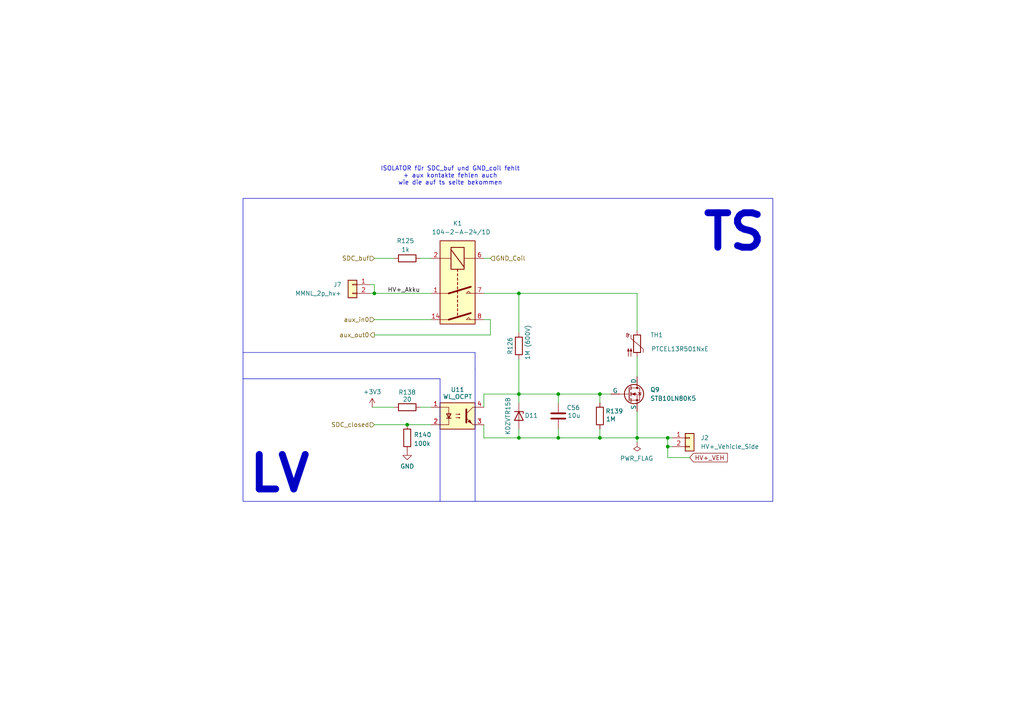
<source format=kicad_sch>
(kicad_sch
	(version 20231120)
	(generator "eeschema")
	(generator_version "8.0")
	(uuid "c512826e-4b30-41b0-b08b-4a156c10d879")
	(paper "A4")
	(lib_symbols
		(symbol "Connector_Generic:Conn_01x02"
			(pin_names
				(offset 1.016) hide)
			(exclude_from_sim no)
			(in_bom yes)
			(on_board yes)
			(property "Reference" "J"
				(at 0 2.54 0)
				(effects
					(font
						(size 1.27 1.27)
					)
				)
			)
			(property "Value" "Conn_01x02"
				(at 0 -5.08 0)
				(effects
					(font
						(size 1.27 1.27)
					)
				)
			)
			(property "Footprint" ""
				(at 0 0 0)
				(effects
					(font
						(size 1.27 1.27)
					)
					(hide yes)
				)
			)
			(property "Datasheet" "~"
				(at 0 0 0)
				(effects
					(font
						(size 1.27 1.27)
					)
					(hide yes)
				)
			)
			(property "Description" "Generic connector, single row, 01x02, script generated (kicad-library-utils/schlib/autogen/connector/)"
				(at 0 0 0)
				(effects
					(font
						(size 1.27 1.27)
					)
					(hide yes)
				)
			)
			(property "ki_keywords" "connector"
				(at 0 0 0)
				(effects
					(font
						(size 1.27 1.27)
					)
					(hide yes)
				)
			)
			(property "ki_fp_filters" "Connector*:*_1x??_*"
				(at 0 0 0)
				(effects
					(font
						(size 1.27 1.27)
					)
					(hide yes)
				)
			)
			(symbol "Conn_01x02_1_1"
				(rectangle
					(start -1.27 -2.413)
					(end 0 -2.667)
					(stroke
						(width 0.1524)
						(type default)
					)
					(fill
						(type none)
					)
				)
				(rectangle
					(start -1.27 0.127)
					(end 0 -0.127)
					(stroke
						(width 0.1524)
						(type default)
					)
					(fill
						(type none)
					)
				)
				(rectangle
					(start -1.27 1.27)
					(end 1.27 -3.81)
					(stroke
						(width 0.254)
						(type default)
					)
					(fill
						(type background)
					)
				)
				(pin passive line
					(at -5.08 0 0)
					(length 3.81)
					(name "Pin_1"
						(effects
							(font
								(size 1.27 1.27)
							)
						)
					)
					(number "1"
						(effects
							(font
								(size 1.27 1.27)
							)
						)
					)
				)
				(pin passive line
					(at -5.08 -2.54 0)
					(length 3.81)
					(name "Pin_2"
						(effects
							(font
								(size 1.27 1.27)
							)
						)
					)
					(number "2"
						(effects
							(font
								(size 1.27 1.27)
							)
						)
					)
				)
			)
		)
		(symbol "Device:C"
			(pin_numbers hide)
			(pin_names
				(offset 0.254)
			)
			(exclude_from_sim no)
			(in_bom yes)
			(on_board yes)
			(property "Reference" "C"
				(at 0.635 2.54 0)
				(effects
					(font
						(size 1.27 1.27)
					)
					(justify left)
				)
			)
			(property "Value" "C"
				(at 0.635 -2.54 0)
				(effects
					(font
						(size 1.27 1.27)
					)
					(justify left)
				)
			)
			(property "Footprint" ""
				(at 0.9652 -3.81 0)
				(effects
					(font
						(size 1.27 1.27)
					)
					(hide yes)
				)
			)
			(property "Datasheet" "~"
				(at 0 0 0)
				(effects
					(font
						(size 1.27 1.27)
					)
					(hide yes)
				)
			)
			(property "Description" "Unpolarized capacitor"
				(at 0 0 0)
				(effects
					(font
						(size 1.27 1.27)
					)
					(hide yes)
				)
			)
			(property "ki_keywords" "cap capacitor"
				(at 0 0 0)
				(effects
					(font
						(size 1.27 1.27)
					)
					(hide yes)
				)
			)
			(property "ki_fp_filters" "C_*"
				(at 0 0 0)
				(effects
					(font
						(size 1.27 1.27)
					)
					(hide yes)
				)
			)
			(symbol "C_0_1"
				(polyline
					(pts
						(xy -2.032 -0.762) (xy 2.032 -0.762)
					)
					(stroke
						(width 0.508)
						(type default)
					)
					(fill
						(type none)
					)
				)
				(polyline
					(pts
						(xy -2.032 0.762) (xy 2.032 0.762)
					)
					(stroke
						(width 0.508)
						(type default)
					)
					(fill
						(type none)
					)
				)
			)
			(symbol "C_1_1"
				(pin passive line
					(at 0 3.81 270)
					(length 2.794)
					(name "~"
						(effects
							(font
								(size 1.27 1.27)
							)
						)
					)
					(number "1"
						(effects
							(font
								(size 1.27 1.27)
							)
						)
					)
				)
				(pin passive line
					(at 0 -3.81 90)
					(length 2.794)
					(name "~"
						(effects
							(font
								(size 1.27 1.27)
							)
						)
					)
					(number "2"
						(effects
							(font
								(size 1.27 1.27)
							)
						)
					)
				)
			)
		)
		(symbol "Device:D_Zener"
			(pin_numbers hide)
			(pin_names
				(offset 1.016) hide)
			(exclude_from_sim no)
			(in_bom yes)
			(on_board yes)
			(property "Reference" "D"
				(at 0 2.54 0)
				(effects
					(font
						(size 1.27 1.27)
					)
				)
			)
			(property "Value" "D_Zener"
				(at 0 -2.54 0)
				(effects
					(font
						(size 1.27 1.27)
					)
				)
			)
			(property "Footprint" ""
				(at 0 0 0)
				(effects
					(font
						(size 1.27 1.27)
					)
					(hide yes)
				)
			)
			(property "Datasheet" "~"
				(at 0 0 0)
				(effects
					(font
						(size 1.27 1.27)
					)
					(hide yes)
				)
			)
			(property "Description" "Zener diode"
				(at 0 0 0)
				(effects
					(font
						(size 1.27 1.27)
					)
					(hide yes)
				)
			)
			(property "ki_keywords" "diode"
				(at 0 0 0)
				(effects
					(font
						(size 1.27 1.27)
					)
					(hide yes)
				)
			)
			(property "ki_fp_filters" "TO-???* *_Diode_* *SingleDiode* D_*"
				(at 0 0 0)
				(effects
					(font
						(size 1.27 1.27)
					)
					(hide yes)
				)
			)
			(symbol "D_Zener_0_1"
				(polyline
					(pts
						(xy 1.27 0) (xy -1.27 0)
					)
					(stroke
						(width 0)
						(type default)
					)
					(fill
						(type none)
					)
				)
				(polyline
					(pts
						(xy -1.27 -1.27) (xy -1.27 1.27) (xy -0.762 1.27)
					)
					(stroke
						(width 0.254)
						(type default)
					)
					(fill
						(type none)
					)
				)
				(polyline
					(pts
						(xy 1.27 -1.27) (xy 1.27 1.27) (xy -1.27 0) (xy 1.27 -1.27)
					)
					(stroke
						(width 0.254)
						(type default)
					)
					(fill
						(type none)
					)
				)
			)
			(symbol "D_Zener_1_1"
				(pin passive line
					(at -3.81 0 0)
					(length 2.54)
					(name "K"
						(effects
							(font
								(size 1.27 1.27)
							)
						)
					)
					(number "1"
						(effects
							(font
								(size 1.27 1.27)
							)
						)
					)
				)
				(pin passive line
					(at 3.81 0 180)
					(length 2.54)
					(name "A"
						(effects
							(font
								(size 1.27 1.27)
							)
						)
					)
					(number "2"
						(effects
							(font
								(size 1.27 1.27)
							)
						)
					)
				)
			)
		)
		(symbol "Device:R"
			(pin_numbers hide)
			(pin_names
				(offset 0)
			)
			(exclude_from_sim no)
			(in_bom yes)
			(on_board yes)
			(property "Reference" "R"
				(at 2.032 0 90)
				(effects
					(font
						(size 1.27 1.27)
					)
				)
			)
			(property "Value" "R"
				(at 0 0 90)
				(effects
					(font
						(size 1.27 1.27)
					)
				)
			)
			(property "Footprint" ""
				(at -1.778 0 90)
				(effects
					(font
						(size 1.27 1.27)
					)
					(hide yes)
				)
			)
			(property "Datasheet" "~"
				(at 0 0 0)
				(effects
					(font
						(size 1.27 1.27)
					)
					(hide yes)
				)
			)
			(property "Description" "Resistor"
				(at 0 0 0)
				(effects
					(font
						(size 1.27 1.27)
					)
					(hide yes)
				)
			)
			(property "ki_keywords" "R res resistor"
				(at 0 0 0)
				(effects
					(font
						(size 1.27 1.27)
					)
					(hide yes)
				)
			)
			(property "ki_fp_filters" "R_*"
				(at 0 0 0)
				(effects
					(font
						(size 1.27 1.27)
					)
					(hide yes)
				)
			)
			(symbol "R_0_1"
				(rectangle
					(start -1.016 -2.54)
					(end 1.016 2.54)
					(stroke
						(width 0.254)
						(type default)
					)
					(fill
						(type none)
					)
				)
			)
			(symbol "R_1_1"
				(pin passive line
					(at 0 3.81 270)
					(length 1.27)
					(name "~"
						(effects
							(font
								(size 1.27 1.27)
							)
						)
					)
					(number "1"
						(effects
							(font
								(size 1.27 1.27)
							)
						)
					)
				)
				(pin passive line
					(at 0 -3.81 90)
					(length 1.27)
					(name "~"
						(effects
							(font
								(size 1.27 1.27)
							)
						)
					)
					(number "2"
						(effects
							(font
								(size 1.27 1.27)
							)
						)
					)
				)
			)
		)
		(symbol "Device:Thermistor_PTC"
			(pin_numbers hide)
			(pin_names
				(offset 0)
			)
			(exclude_from_sim no)
			(in_bom yes)
			(on_board yes)
			(property "Reference" "TH"
				(at -4.064 0 90)
				(effects
					(font
						(size 1.27 1.27)
					)
				)
			)
			(property "Value" "Thermistor_PTC"
				(at 3.048 0 90)
				(effects
					(font
						(size 1.27 1.27)
					)
				)
			)
			(property "Footprint" ""
				(at 1.27 -5.08 0)
				(effects
					(font
						(size 1.27 1.27)
					)
					(justify left)
					(hide yes)
				)
			)
			(property "Datasheet" "~"
				(at 0 0 0)
				(effects
					(font
						(size 1.27 1.27)
					)
					(hide yes)
				)
			)
			(property "Description" "Temperature dependent resistor, positive temperature coefficient"
				(at 0 0 0)
				(effects
					(font
						(size 1.27 1.27)
					)
					(hide yes)
				)
			)
			(property "ki_keywords" "resistor PTC thermistor sensor RTD"
				(at 0 0 0)
				(effects
					(font
						(size 1.27 1.27)
					)
					(hide yes)
				)
			)
			(property "ki_fp_filters" "*PTC* *Thermistor* PIN?ARRAY* bornier* *Terminal?Block* R_*"
				(at 0 0 0)
				(effects
					(font
						(size 1.27 1.27)
					)
					(hide yes)
				)
			)
			(symbol "Thermistor_PTC_0_1"
				(arc
					(start -3.048 2.159)
					(mid -3.0495 2.3143)
					(end -3.175 2.413)
					(stroke
						(width 0)
						(type default)
					)
					(fill
						(type none)
					)
				)
				(arc
					(start -3.048 2.159)
					(mid -2.9736 1.9794)
					(end -2.794 1.905)
					(stroke
						(width 0)
						(type default)
					)
					(fill
						(type none)
					)
				)
				(arc
					(start -3.048 2.794)
					(mid -2.9736 2.6144)
					(end -2.794 2.54)
					(stroke
						(width 0)
						(type default)
					)
					(fill
						(type none)
					)
				)
				(arc
					(start -2.794 1.905)
					(mid -2.6144 1.9794)
					(end -2.54 2.159)
					(stroke
						(width 0)
						(type default)
					)
					(fill
						(type none)
					)
				)
				(arc
					(start -2.794 2.54)
					(mid -2.4393 2.5587)
					(end -2.159 2.794)
					(stroke
						(width 0)
						(type default)
					)
					(fill
						(type none)
					)
				)
				(arc
					(start -2.794 3.048)
					(mid -2.9736 2.9736)
					(end -3.048 2.794)
					(stroke
						(width 0)
						(type default)
					)
					(fill
						(type none)
					)
				)
				(arc
					(start -2.54 2.794)
					(mid -2.6144 2.9736)
					(end -2.794 3.048)
					(stroke
						(width 0)
						(type default)
					)
					(fill
						(type none)
					)
				)
				(rectangle
					(start -1.016 2.54)
					(end 1.016 -2.54)
					(stroke
						(width 0.254)
						(type default)
					)
					(fill
						(type none)
					)
				)
				(polyline
					(pts
						(xy -2.54 2.159) (xy -2.54 2.794)
					)
					(stroke
						(width 0)
						(type default)
					)
					(fill
						(type none)
					)
				)
				(polyline
					(pts
						(xy -1.778 2.54) (xy -1.778 1.524) (xy 1.778 -1.524) (xy 1.778 -2.54)
					)
					(stroke
						(width 0)
						(type default)
					)
					(fill
						(type none)
					)
				)
				(polyline
					(pts
						(xy -2.54 -3.683) (xy -2.54 -1.397) (xy -2.794 -2.159) (xy -2.286 -2.159) (xy -2.54 -1.397) (xy -2.54 -1.651)
					)
					(stroke
						(width 0)
						(type default)
					)
					(fill
						(type outline)
					)
				)
				(polyline
					(pts
						(xy -1.778 -3.683) (xy -1.778 -1.397) (xy -2.032 -2.159) (xy -1.524 -2.159) (xy -1.778 -1.397)
						(xy -1.778 -1.651)
					)
					(stroke
						(width 0)
						(type default)
					)
					(fill
						(type outline)
					)
				)
			)
			(symbol "Thermistor_PTC_1_1"
				(pin passive line
					(at 0 3.81 270)
					(length 1.27)
					(name "~"
						(effects
							(font
								(size 1.27 1.27)
							)
						)
					)
					(number "1"
						(effects
							(font
								(size 1.27 1.27)
							)
						)
					)
				)
				(pin passive line
					(at 0 -3.81 90)
					(length 1.27)
					(name "~"
						(effects
							(font
								(size 1.27 1.27)
							)
						)
					)
					(number "2"
						(effects
							(font
								(size 1.27 1.27)
							)
						)
					)
				)
			)
		)
		(symbol "Isolator:FODM217A"
			(exclude_from_sim no)
			(in_bom yes)
			(on_board yes)
			(property "Reference" "U4"
				(at 1.27 7.62 0)
				(effects
					(font
						(size 1.27 1.27)
					)
				)
			)
			(property "Value" "WL_OCDA"
				(at 1.27 5.588 0)
				(effects
					(font
						(size 1.27 1.27)
					)
				)
			)
			(property "Footprint" "Package_SO:SOP-4_4.4x2.6mm_P1.27mm"
				(at 0 -5.08 0)
				(effects
					(font
						(size 1.27 1.27)
						(italic yes)
					)
					(hide yes)
				)
			)
			(property "Datasheet" ""
				(at 0 0 0)
				(effects
					(font
						(size 1.27 1.27)
					)
					(justify left)
					(hide yes)
				)
			)
			(property "Description" "141352145000"
				(at 0 0 0)
				(effects
					(font
						(size 1.27 1.27)
					)
					(hide yes)
				)
			)
			(property "ki_keywords" "DC Phototransistor Optocoupler"
				(at 0 0 0)
				(effects
					(font
						(size 1.27 1.27)
					)
					(hide yes)
				)
			)
			(property "ki_fp_filters" "SOP*4.4x2.6mm*P1.27mm*"
				(at 0 0 0)
				(effects
					(font
						(size 1.27 1.27)
					)
					(hide yes)
				)
			)
			(symbol "FODM217A_0_1"
				(rectangle
					(start -5.08 3.81)
					(end 5.08 -3.81)
					(stroke
						(width 0.254)
						(type default)
					)
					(fill
						(type background)
					)
				)
				(polyline
					(pts
						(xy -3.175 -0.635) (xy -1.905 -0.635)
					)
					(stroke
						(width 0.254)
						(type default)
					)
					(fill
						(type none)
					)
				)
				(polyline
					(pts
						(xy 2.54 0.635) (xy 4.445 2.54)
					)
					(stroke
						(width 0)
						(type default)
					)
					(fill
						(type none)
					)
				)
				(polyline
					(pts
						(xy 4.445 -2.54) (xy 2.54 -0.635)
					)
					(stroke
						(width 0)
						(type default)
					)
					(fill
						(type outline)
					)
				)
				(polyline
					(pts
						(xy 4.445 -2.54) (xy 5.08 -2.54)
					)
					(stroke
						(width 0)
						(type default)
					)
					(fill
						(type none)
					)
				)
				(polyline
					(pts
						(xy 4.445 2.54) (xy 5.08 2.54)
					)
					(stroke
						(width 0)
						(type default)
					)
					(fill
						(type none)
					)
				)
				(polyline
					(pts
						(xy -5.08 2.54) (xy -2.54 2.54) (xy -2.54 -0.635)
					)
					(stroke
						(width 0)
						(type default)
					)
					(fill
						(type none)
					)
				)
				(polyline
					(pts
						(xy -2.54 -0.635) (xy -2.54 -2.54) (xy -5.08 -2.54)
					)
					(stroke
						(width 0)
						(type default)
					)
					(fill
						(type none)
					)
				)
				(polyline
					(pts
						(xy 2.54 1.905) (xy 2.54 -1.905) (xy 2.54 -1.905)
					)
					(stroke
						(width 0.508)
						(type default)
					)
					(fill
						(type none)
					)
				)
				(polyline
					(pts
						(xy -2.54 -0.635) (xy -3.175 0.635) (xy -1.905 0.635) (xy -2.54 -0.635)
					)
					(stroke
						(width 0.254)
						(type default)
					)
					(fill
						(type none)
					)
				)
				(polyline
					(pts
						(xy -0.508 -0.508) (xy 0.762 -0.508) (xy 0.381 -0.635) (xy 0.381 -0.381) (xy 0.762 -0.508)
					)
					(stroke
						(width 0)
						(type default)
					)
					(fill
						(type none)
					)
				)
				(polyline
					(pts
						(xy -0.508 0.508) (xy 0.762 0.508) (xy 0.381 0.381) (xy 0.381 0.635) (xy 0.762 0.508)
					)
					(stroke
						(width 0)
						(type default)
					)
					(fill
						(type none)
					)
				)
				(polyline
					(pts
						(xy 3.048 -1.651) (xy 3.556 -1.143) (xy 4.064 -2.159) (xy 3.048 -1.651) (xy 3.048 -1.651)
					)
					(stroke
						(width 0)
						(type default)
					)
					(fill
						(type outline)
					)
				)
			)
			(symbol "FODM217A_1_1"
				(pin passive line
					(at -7.62 2.54 0)
					(length 2.54)
					(name "~"
						(effects
							(font
								(size 1.27 1.27)
							)
						)
					)
					(number "1"
						(effects
							(font
								(size 1.27 1.27)
							)
						)
					)
				)
				(pin passive line
					(at -7.62 -2.54 0)
					(length 2.54)
					(name "~"
						(effects
							(font
								(size 1.27 1.27)
							)
						)
					)
					(number "2"
						(effects
							(font
								(size 1.27 1.27)
							)
						)
					)
				)
				(pin passive line
					(at 7.62 -2.54 180)
					(length 2.54)
					(name "~"
						(effects
							(font
								(size 1.27 1.27)
							)
						)
					)
					(number "3"
						(effects
							(font
								(size 1.27 1.27)
							)
						)
					)
				)
				(pin passive line
					(at 7.62 2.54 180)
					(length 2.54)
					(name "~"
						(effects
							(font
								(size 1.27 1.27)
							)
						)
					)
					(number "4"
						(effects
							(font
								(size 1.27 1.27)
							)
						)
					)
				)
			)
		)
		(symbol "Relay:DIPxx-2Axx-21x"
			(exclude_from_sim no)
			(in_bom yes)
			(on_board yes)
			(property "Reference" "K"
				(at 12.7 3.81 0)
				(effects
					(font
						(size 1.27 1.27)
					)
					(justify left)
				)
			)
			(property "Value" "DIPxx-2Axx-21x"
				(at 12.7 1.27 0)
				(effects
					(font
						(size 1.27 1.27)
					)
					(justify left)
				)
			)
			(property "Footprint" "Relay_THT:Relay_StandexMeder_DIP_LowProfile"
				(at 12.7 -1.27 0)
				(effects
					(font
						(size 1.27 1.27)
					)
					(justify left)
					(hide yes)
				)
			)
			(property "Datasheet" "https://standexelectronics.com/wp-content/uploads/datasheet_reed_relay_DIP.pdf"
				(at 0 0 0)
				(effects
					(font
						(size 1.27 1.27)
					)
					(hide yes)
				)
			)
			(property "Description" "Standex Meder DIP reed relay, DPST, Closing Contacts"
				(at 0 0 0)
				(effects
					(font
						(size 1.27 1.27)
					)
					(hide yes)
				)
			)
			(property "ki_keywords" "Single Pole Reed Relay DPST"
				(at 0 0 0)
				(effects
					(font
						(size 1.27 1.27)
					)
					(hide yes)
				)
			)
			(property "ki_fp_filters" "Relay*StandexMeder*DIP*LowProfile*"
				(at 0 0 0)
				(effects
					(font
						(size 1.27 1.27)
					)
					(hide yes)
				)
			)
			(symbol "DIPxx-2Axx-21x_0_0"
				(polyline
					(pts
						(xy 2.54 5.08) (xy 2.54 2.54) (xy 1.905 3.175) (xy 2.54 3.81)
					)
					(stroke
						(width 0)
						(type default)
					)
					(fill
						(type none)
					)
				)
				(polyline
					(pts
						(xy 10.16 5.08) (xy 10.16 2.54) (xy 9.525 3.175) (xy 10.16 3.81)
					)
					(stroke
						(width 0)
						(type default)
					)
					(fill
						(type none)
					)
				)
			)
			(symbol "DIPxx-2Axx-21x_0_1"
				(rectangle
					(start -12.7 5.08)
					(end 11.43 -5.08)
					(stroke
						(width 0.254)
						(type default)
					)
					(fill
						(type background)
					)
				)
				(rectangle
					(start -10.795 1.905)
					(end -4.445 -1.905)
					(stroke
						(width 0.254)
						(type default)
					)
					(fill
						(type none)
					)
				)
				(polyline
					(pts
						(xy -10.16 -1.905) (xy -5.08 1.905)
					)
					(stroke
						(width 0.254)
						(type default)
					)
					(fill
						(type none)
					)
				)
				(polyline
					(pts
						(xy -7.62 -5.08) (xy -7.62 -1.905)
					)
					(stroke
						(width 0)
						(type default)
					)
					(fill
						(type none)
					)
				)
				(polyline
					(pts
						(xy -7.62 5.08) (xy -7.62 1.905)
					)
					(stroke
						(width 0)
						(type default)
					)
					(fill
						(type none)
					)
				)
				(polyline
					(pts
						(xy -4.445 0) (xy -3.81 0)
					)
					(stroke
						(width 0.254)
						(type default)
					)
					(fill
						(type none)
					)
				)
				(polyline
					(pts
						(xy -3.175 0) (xy -2.54 0)
					)
					(stroke
						(width 0.254)
						(type default)
					)
					(fill
						(type none)
					)
				)
				(polyline
					(pts
						(xy -1.905 0) (xy -1.27 0)
					)
					(stroke
						(width 0.254)
						(type default)
					)
					(fill
						(type none)
					)
				)
				(polyline
					(pts
						(xy -0.635 0) (xy 0 0)
					)
					(stroke
						(width 0.254)
						(type default)
					)
					(fill
						(type none)
					)
				)
				(polyline
					(pts
						(xy 0.635 0) (xy 1.27 0)
					)
					(stroke
						(width 0.254)
						(type default)
					)
					(fill
						(type none)
					)
				)
				(polyline
					(pts
						(xy 1.905 0) (xy 2.54 0)
					)
					(stroke
						(width 0.254)
						(type default)
					)
					(fill
						(type none)
					)
				)
				(polyline
					(pts
						(xy 2.54 -2.54) (xy 0.635 3.81)
					)
					(stroke
						(width 0.508)
						(type default)
					)
					(fill
						(type none)
					)
				)
				(polyline
					(pts
						(xy 2.54 -2.54) (xy 2.54 -5.08)
					)
					(stroke
						(width 0)
						(type default)
					)
					(fill
						(type none)
					)
				)
				(polyline
					(pts
						(xy 3.175 0) (xy 3.81 0)
					)
					(stroke
						(width 0.254)
						(type default)
					)
					(fill
						(type none)
					)
				)
				(polyline
					(pts
						(xy 4.445 0) (xy 5.08 0)
					)
					(stroke
						(width 0.254)
						(type default)
					)
					(fill
						(type none)
					)
				)
				(polyline
					(pts
						(xy 5.715 0) (xy 6.35 0)
					)
					(stroke
						(width 0.254)
						(type default)
					)
					(fill
						(type none)
					)
				)
				(polyline
					(pts
						(xy 6.985 0) (xy 7.62 0)
					)
					(stroke
						(width 0.254)
						(type default)
					)
					(fill
						(type none)
					)
				)
				(polyline
					(pts
						(xy 8.255 0) (xy 8.89 0)
					)
					(stroke
						(width 0.254)
						(type default)
					)
					(fill
						(type none)
					)
				)
				(polyline
					(pts
						(xy 10.16 -2.54) (xy 8.255 3.81)
					)
					(stroke
						(width 0.508)
						(type default)
					)
					(fill
						(type none)
					)
				)
				(polyline
					(pts
						(xy 10.16 -2.54) (xy 10.16 -5.08)
					)
					(stroke
						(width 0)
						(type default)
					)
					(fill
						(type none)
					)
				)
			)
			(symbol "DIPxx-2Axx-21x_1_1"
				(pin passive line
					(at 2.54 -7.62 90)
					(length 2.54)
					(name "~"
						(effects
							(font
								(size 1.27 1.27)
							)
						)
					)
					(number "1"
						(effects
							(font
								(size 1.27 1.27)
							)
						)
					)
				)
				(pin passive line
					(at 10.16 -7.62 90)
					(length 2.54)
					(name "~"
						(effects
							(font
								(size 1.27 1.27)
							)
						)
					)
					(number "14"
						(effects
							(font
								(size 1.27 1.27)
							)
						)
					)
				)
				(pin passive line
					(at -7.62 -7.62 90)
					(length 2.54)
					(name "~"
						(effects
							(font
								(size 1.27 1.27)
							)
						)
					)
					(number "2"
						(effects
							(font
								(size 1.27 1.27)
							)
						)
					)
				)
				(pin passive line
					(at -7.62 7.62 270)
					(length 2.54)
					(name "~"
						(effects
							(font
								(size 1.27 1.27)
							)
						)
					)
					(number "6"
						(effects
							(font
								(size 1.27 1.27)
							)
						)
					)
				)
				(pin passive line
					(at 2.54 7.62 270)
					(length 2.54)
					(name "~"
						(effects
							(font
								(size 1.27 1.27)
							)
						)
					)
					(number "7"
						(effects
							(font
								(size 1.27 1.27)
							)
						)
					)
				)
				(pin passive line
					(at 10.16 7.62 270)
					(length 2.54)
					(name "~"
						(effects
							(font
								(size 1.27 1.27)
							)
						)
					)
					(number "8"
						(effects
							(font
								(size 1.27 1.27)
							)
						)
					)
				)
			)
		)
		(symbol "Simulation_SPICE:NMOS"
			(pin_numbers hide)
			(pin_names
				(offset 0)
			)
			(exclude_from_sim no)
			(in_bom yes)
			(on_board yes)
			(property "Reference" "Q"
				(at 5.08 1.27 0)
				(effects
					(font
						(size 1.27 1.27)
					)
					(justify left)
				)
			)
			(property "Value" "NMOS"
				(at 5.08 -1.27 0)
				(effects
					(font
						(size 1.27 1.27)
					)
					(justify left)
				)
			)
			(property "Footprint" ""
				(at 5.08 2.54 0)
				(effects
					(font
						(size 1.27 1.27)
					)
					(hide yes)
				)
			)
			(property "Datasheet" "https://ngspice.sourceforge.io/docs/ngspice-html-manual/manual.xhtml#cha_MOSFETs"
				(at 0 -12.7 0)
				(effects
					(font
						(size 1.27 1.27)
					)
					(hide yes)
				)
			)
			(property "Description" "N-MOSFET transistor, drain/source/gate"
				(at 0 0 0)
				(effects
					(font
						(size 1.27 1.27)
					)
					(hide yes)
				)
			)
			(property "Sim.Device" "NMOS"
				(at 0 -17.145 0)
				(effects
					(font
						(size 1.27 1.27)
					)
					(hide yes)
				)
			)
			(property "Sim.Type" "VDMOS"
				(at 0 -19.05 0)
				(effects
					(font
						(size 1.27 1.27)
					)
					(hide yes)
				)
			)
			(property "Sim.Pins" "1=D 2=G 3=S"
				(at 0 -15.24 0)
				(effects
					(font
						(size 1.27 1.27)
					)
					(hide yes)
				)
			)
			(property "ki_keywords" "transistor NMOS N-MOS N-MOSFET simulation"
				(at 0 0 0)
				(effects
					(font
						(size 1.27 1.27)
					)
					(hide yes)
				)
			)
			(symbol "NMOS_0_1"
				(polyline
					(pts
						(xy 0.254 0) (xy -2.54 0)
					)
					(stroke
						(width 0)
						(type default)
					)
					(fill
						(type none)
					)
				)
				(polyline
					(pts
						(xy 0.254 1.905) (xy 0.254 -1.905)
					)
					(stroke
						(width 0.254)
						(type default)
					)
					(fill
						(type none)
					)
				)
				(polyline
					(pts
						(xy 0.762 -1.27) (xy 0.762 -2.286)
					)
					(stroke
						(width 0.254)
						(type default)
					)
					(fill
						(type none)
					)
				)
				(polyline
					(pts
						(xy 0.762 0.508) (xy 0.762 -0.508)
					)
					(stroke
						(width 0.254)
						(type default)
					)
					(fill
						(type none)
					)
				)
				(polyline
					(pts
						(xy 0.762 2.286) (xy 0.762 1.27)
					)
					(stroke
						(width 0.254)
						(type default)
					)
					(fill
						(type none)
					)
				)
				(polyline
					(pts
						(xy 2.54 2.54) (xy 2.54 1.778)
					)
					(stroke
						(width 0)
						(type default)
					)
					(fill
						(type none)
					)
				)
				(polyline
					(pts
						(xy 2.54 -2.54) (xy 2.54 0) (xy 0.762 0)
					)
					(stroke
						(width 0)
						(type default)
					)
					(fill
						(type none)
					)
				)
				(polyline
					(pts
						(xy 0.762 -1.778) (xy 3.302 -1.778) (xy 3.302 1.778) (xy 0.762 1.778)
					)
					(stroke
						(width 0)
						(type default)
					)
					(fill
						(type none)
					)
				)
				(polyline
					(pts
						(xy 1.016 0) (xy 2.032 0.381) (xy 2.032 -0.381) (xy 1.016 0)
					)
					(stroke
						(width 0)
						(type default)
					)
					(fill
						(type outline)
					)
				)
				(polyline
					(pts
						(xy 2.794 0.508) (xy 2.921 0.381) (xy 3.683 0.381) (xy 3.81 0.254)
					)
					(stroke
						(width 0)
						(type default)
					)
					(fill
						(type none)
					)
				)
				(polyline
					(pts
						(xy 3.302 0.381) (xy 2.921 -0.254) (xy 3.683 -0.254) (xy 3.302 0.381)
					)
					(stroke
						(width 0)
						(type default)
					)
					(fill
						(type none)
					)
				)
				(circle
					(center 1.651 0)
					(radius 2.794)
					(stroke
						(width 0.254)
						(type default)
					)
					(fill
						(type none)
					)
				)
				(circle
					(center 2.54 -1.778)
					(radius 0.254)
					(stroke
						(width 0)
						(type default)
					)
					(fill
						(type outline)
					)
				)
				(circle
					(center 2.54 1.778)
					(radius 0.254)
					(stroke
						(width 0)
						(type default)
					)
					(fill
						(type outline)
					)
				)
			)
			(symbol "NMOS_1_1"
				(pin passive line
					(at 2.54 5.08 270)
					(length 2.54)
					(name "D"
						(effects
							(font
								(size 1.27 1.27)
							)
						)
					)
					(number "1"
						(effects
							(font
								(size 1.27 1.27)
							)
						)
					)
				)
				(pin input line
					(at -5.08 0 0)
					(length 2.54)
					(name "G"
						(effects
							(font
								(size 1.27 1.27)
							)
						)
					)
					(number "2"
						(effects
							(font
								(size 1.27 1.27)
							)
						)
					)
				)
				(pin passive line
					(at 2.54 -5.08 90)
					(length 2.54)
					(name "S"
						(effects
							(font
								(size 1.27 1.27)
							)
						)
					)
					(number "3"
						(effects
							(font
								(size 1.27 1.27)
							)
						)
					)
				)
			)
		)
		(symbol "power:+3V3"
			(power)
			(pin_numbers hide)
			(pin_names
				(offset 0) hide)
			(exclude_from_sim no)
			(in_bom yes)
			(on_board yes)
			(property "Reference" "#PWR"
				(at 0 -3.81 0)
				(effects
					(font
						(size 1.27 1.27)
					)
					(hide yes)
				)
			)
			(property "Value" "+3V3"
				(at 0 3.556 0)
				(effects
					(font
						(size 1.27 1.27)
					)
				)
			)
			(property "Footprint" ""
				(at 0 0 0)
				(effects
					(font
						(size 1.27 1.27)
					)
					(hide yes)
				)
			)
			(property "Datasheet" ""
				(at 0 0 0)
				(effects
					(font
						(size 1.27 1.27)
					)
					(hide yes)
				)
			)
			(property "Description" "Power symbol creates a global label with name \"+3V3\""
				(at 0 0 0)
				(effects
					(font
						(size 1.27 1.27)
					)
					(hide yes)
				)
			)
			(property "ki_keywords" "global power"
				(at 0 0 0)
				(effects
					(font
						(size 1.27 1.27)
					)
					(hide yes)
				)
			)
			(symbol "+3V3_0_1"
				(polyline
					(pts
						(xy -0.762 1.27) (xy 0 2.54)
					)
					(stroke
						(width 0)
						(type default)
					)
					(fill
						(type none)
					)
				)
				(polyline
					(pts
						(xy 0 0) (xy 0 2.54)
					)
					(stroke
						(width 0)
						(type default)
					)
					(fill
						(type none)
					)
				)
				(polyline
					(pts
						(xy 0 2.54) (xy 0.762 1.27)
					)
					(stroke
						(width 0)
						(type default)
					)
					(fill
						(type none)
					)
				)
			)
			(symbol "+3V3_1_1"
				(pin power_in line
					(at 0 0 90)
					(length 0)
					(name "~"
						(effects
							(font
								(size 1.27 1.27)
							)
						)
					)
					(number "1"
						(effects
							(font
								(size 1.27 1.27)
							)
						)
					)
				)
			)
		)
		(symbol "power:GND"
			(power)
			(pin_numbers hide)
			(pin_names
				(offset 0) hide)
			(exclude_from_sim no)
			(in_bom yes)
			(on_board yes)
			(property "Reference" "#PWR"
				(at 0 -6.35 0)
				(effects
					(font
						(size 1.27 1.27)
					)
					(hide yes)
				)
			)
			(property "Value" "GND"
				(at 0 -3.81 0)
				(effects
					(font
						(size 1.27 1.27)
					)
				)
			)
			(property "Footprint" ""
				(at 0 0 0)
				(effects
					(font
						(size 1.27 1.27)
					)
					(hide yes)
				)
			)
			(property "Datasheet" ""
				(at 0 0 0)
				(effects
					(font
						(size 1.27 1.27)
					)
					(hide yes)
				)
			)
			(property "Description" "Power symbol creates a global label with name \"GND\" , ground"
				(at 0 0 0)
				(effects
					(font
						(size 1.27 1.27)
					)
					(hide yes)
				)
			)
			(property "ki_keywords" "global power"
				(at 0 0 0)
				(effects
					(font
						(size 1.27 1.27)
					)
					(hide yes)
				)
			)
			(symbol "GND_0_1"
				(polyline
					(pts
						(xy 0 0) (xy 0 -1.27) (xy 1.27 -1.27) (xy 0 -2.54) (xy -1.27 -1.27) (xy 0 -1.27)
					)
					(stroke
						(width 0)
						(type default)
					)
					(fill
						(type none)
					)
				)
			)
			(symbol "GND_1_1"
				(pin power_in line
					(at 0 0 270)
					(length 0)
					(name "~"
						(effects
							(font
								(size 1.27 1.27)
							)
						)
					)
					(number "1"
						(effects
							(font
								(size 1.27 1.27)
							)
						)
					)
				)
			)
		)
		(symbol "power:PWR_FLAG"
			(power)
			(pin_numbers hide)
			(pin_names
				(offset 0) hide)
			(exclude_from_sim no)
			(in_bom yes)
			(on_board yes)
			(property "Reference" "#FLG"
				(at 0 1.905 0)
				(effects
					(font
						(size 1.27 1.27)
					)
					(hide yes)
				)
			)
			(property "Value" "PWR_FLAG"
				(at 0 3.81 0)
				(effects
					(font
						(size 1.27 1.27)
					)
				)
			)
			(property "Footprint" ""
				(at 0 0 0)
				(effects
					(font
						(size 1.27 1.27)
					)
					(hide yes)
				)
			)
			(property "Datasheet" "~"
				(at 0 0 0)
				(effects
					(font
						(size 1.27 1.27)
					)
					(hide yes)
				)
			)
			(property "Description" "Special symbol for telling ERC where power comes from"
				(at 0 0 0)
				(effects
					(font
						(size 1.27 1.27)
					)
					(hide yes)
				)
			)
			(property "ki_keywords" "flag power"
				(at 0 0 0)
				(effects
					(font
						(size 1.27 1.27)
					)
					(hide yes)
				)
			)
			(symbol "PWR_FLAG_0_0"
				(pin power_out line
					(at 0 0 90)
					(length 0)
					(name "~"
						(effects
							(font
								(size 1.27 1.27)
							)
						)
					)
					(number "1"
						(effects
							(font
								(size 1.27 1.27)
							)
						)
					)
				)
			)
			(symbol "PWR_FLAG_0_1"
				(polyline
					(pts
						(xy 0 0) (xy 0 1.27) (xy -1.016 1.905) (xy 0 2.54) (xy 1.016 1.905) (xy 0 1.27)
					)
					(stroke
						(width 0)
						(type default)
					)
					(fill
						(type none)
					)
				)
			)
		)
	)
	(junction
		(at 161.925 114.3)
		(diameter 0)
		(color 0 0 0 0)
		(uuid "03b13db1-4393-41f5-9999-2a995e45ace0")
	)
	(junction
		(at 150.495 127)
		(diameter 0)
		(color 0 0 0 0)
		(uuid "0bdfe25d-a9f9-476d-9553-2eb5fb3e3b4c")
	)
	(junction
		(at 173.99 114.3)
		(diameter 0)
		(color 0 0 0 0)
		(uuid "0e9ff1f8-4eb4-4d5b-8455-99efcdbc38bd")
	)
	(junction
		(at 193.675 127)
		(diameter 0)
		(color 0 0 0 0)
		(uuid "21f778f2-b1a2-432b-895c-e75845a71306")
	)
	(junction
		(at 173.99 127)
		(diameter 0)
		(color 0 0 0 0)
		(uuid "4ee94e96-f2c1-4326-aac4-de11d52b6524")
	)
	(junction
		(at 193.675 129.54)
		(diameter 0)
		(color 0 0 0 0)
		(uuid "7d59bc89-0da1-4eee-96d0-d8975a3c10af")
	)
	(junction
		(at 118.11 123.19)
		(diameter 0)
		(color 0 0 0 0)
		(uuid "9ec1c5b9-4300-45d3-ae8b-77aca4b0e31a")
	)
	(junction
		(at 108.585 85.09)
		(diameter 0)
		(color 0 0 0 0)
		(uuid "a3945eb8-6ac8-442e-a451-0601ecd95216")
	)
	(junction
		(at 184.785 127)
		(diameter 0)
		(color 0 0 0 0)
		(uuid "b5611b33-62dd-4bb3-989c-08d14466c538")
	)
	(junction
		(at 150.495 114.3)
		(diameter 0)
		(color 0 0 0 0)
		(uuid "c35f4833-6c5b-4d94-b5f9-a8c4e6f34753")
	)
	(junction
		(at 161.925 127)
		(diameter 0)
		(color 0 0 0 0)
		(uuid "eafa521a-4f47-4314-83cc-43201f7f2dc4")
	)
	(junction
		(at 150.495 85.09)
		(diameter 0)
		(color 0 0 0 0)
		(uuid "fa890102-3e9c-4dd8-adcf-2933fdcb956c")
	)
	(wire
		(pts
			(xy 142.24 74.93) (xy 140.335 74.93)
		)
		(stroke
			(width 0)
			(type default)
		)
		(uuid "0b5fdad6-368b-4a6a-8617-beac2211ab15")
	)
	(wire
		(pts
			(xy 107.315 85.09) (xy 108.585 85.09)
		)
		(stroke
			(width 0)
			(type default)
		)
		(uuid "130d2cd4-9f05-4947-a7e3-d6b6bb814838")
	)
	(wire
		(pts
			(xy 108.585 123.19) (xy 118.11 123.19)
		)
		(stroke
			(width 0)
			(type default)
		)
		(uuid "157626ca-6476-4058-af89-570a07baf839")
	)
	(wire
		(pts
			(xy 184.785 128.27) (xy 184.785 127)
		)
		(stroke
			(width 0)
			(type default)
		)
		(uuid "1ebf7ed4-4d0b-4913-862a-144ca208cfad")
	)
	(wire
		(pts
			(xy 150.495 124.46) (xy 150.495 127)
		)
		(stroke
			(width 0)
			(type default)
		)
		(uuid "29a63381-218d-42f3-bd9d-6dddc26066ac")
	)
	(wire
		(pts
			(xy 140.335 85.09) (xy 150.495 85.09)
		)
		(stroke
			(width 0)
			(type default)
		)
		(uuid "2ac8eca1-9ad4-46bd-a830-0f636d3821ff")
	)
	(wire
		(pts
			(xy 142.24 97.155) (xy 142.24 92.71)
		)
		(stroke
			(width 0)
			(type default)
		)
		(uuid "2bf54a92-3b87-4a05-91c5-9b749e718845")
	)
	(wire
		(pts
			(xy 161.925 114.3) (xy 161.925 116.84)
		)
		(stroke
			(width 0)
			(type default)
		)
		(uuid "2f2b2ceb-3cbe-44d5-a786-5c13cc629467")
	)
	(polyline
		(pts
			(xy 127.635 109.855) (xy 127.635 145.415)
		)
		(stroke
			(width 0)
			(type default)
		)
		(uuid "34165f5a-455c-4ef6-a310-9b7e0ec0e44e")
	)
	(wire
		(pts
			(xy 161.925 114.3) (xy 173.99 114.3)
		)
		(stroke
			(width 0)
			(type default)
		)
		(uuid "3877155b-0700-456c-b963-816871405a9a")
	)
	(wire
		(pts
			(xy 150.495 114.3) (xy 140.335 114.3)
		)
		(stroke
			(width 0)
			(type default)
		)
		(uuid "3e586a54-5149-4cdf-9d1c-a548954cf830")
	)
	(wire
		(pts
			(xy 150.495 85.09) (xy 150.495 96.52)
		)
		(stroke
			(width 0)
			(type default)
		)
		(uuid "4c4142d0-221d-4eae-a14b-3ddea19d0fc6")
	)
	(wire
		(pts
			(xy 150.495 114.3) (xy 161.925 114.3)
		)
		(stroke
			(width 0)
			(type default)
		)
		(uuid "4d4ca072-c09f-4d16-9b37-5185b25b3128")
	)
	(wire
		(pts
			(xy 108.585 82.55) (xy 108.585 85.09)
		)
		(stroke
			(width 0)
			(type default)
		)
		(uuid "547cbed8-a1ba-431e-9fde-751893f51d31")
	)
	(wire
		(pts
			(xy 108.585 85.09) (xy 125.095 85.09)
		)
		(stroke
			(width 0)
			(type default)
		)
		(uuid "6265e6d4-8e90-4bbe-ac25-7968a305b944")
	)
	(wire
		(pts
			(xy 184.785 85.09) (xy 184.785 95.885)
		)
		(stroke
			(width 0)
			(type default)
		)
		(uuid "62a73489-a856-49d5-8354-b9f240b0bd77")
	)
	(wire
		(pts
			(xy 161.925 127) (xy 173.99 127)
		)
		(stroke
			(width 0)
			(type default)
		)
		(uuid "63e450f0-9537-4b36-9d57-c3219153007d")
	)
	(wire
		(pts
			(xy 108.585 74.93) (xy 114.3 74.93)
		)
		(stroke
			(width 0)
			(type default)
		)
		(uuid "6424e90e-107c-4b3c-bc95-83593f9022b0")
	)
	(wire
		(pts
			(xy 108.585 92.71) (xy 125.095 92.71)
		)
		(stroke
			(width 0)
			(type default)
		)
		(uuid "6909bedf-2e60-4795-99fc-7bed81d6012e")
	)
	(wire
		(pts
			(xy 200.025 132.715) (xy 193.675 132.715)
		)
		(stroke
			(width 0)
			(type default)
		)
		(uuid "6a5088ed-08a5-45e8-afe4-0d076fc2f02a")
	)
	(wire
		(pts
			(xy 184.785 119.38) (xy 184.785 127)
		)
		(stroke
			(width 0)
			(type default)
		)
		(uuid "6df7b90a-79f9-4a1f-b65b-23192455d0ed")
	)
	(wire
		(pts
			(xy 140.335 123.19) (xy 140.335 127)
		)
		(stroke
			(width 0)
			(type default)
		)
		(uuid "7900c882-2f8d-45f7-9372-98b0bb1f401d")
	)
	(wire
		(pts
			(xy 108.585 97.155) (xy 142.24 97.155)
		)
		(stroke
			(width 0)
			(type default)
		)
		(uuid "7e599d97-0f48-4902-8642-b16c69ffd49e")
	)
	(wire
		(pts
			(xy 150.495 127) (xy 161.925 127)
		)
		(stroke
			(width 0)
			(type default)
		)
		(uuid "7f2f394c-50cb-4686-9245-751373353015")
	)
	(wire
		(pts
			(xy 107.95 118.11) (xy 114.3 118.11)
		)
		(stroke
			(width 0)
			(type default)
		)
		(uuid "8233b47e-f969-4d64-bee2-dbef45afcc9f")
	)
	(wire
		(pts
			(xy 173.99 124.46) (xy 173.99 127)
		)
		(stroke
			(width 0)
			(type default)
		)
		(uuid "99465828-3600-4265-b64e-c06f95fce133")
	)
	(wire
		(pts
			(xy 184.785 103.505) (xy 184.785 109.22)
		)
		(stroke
			(width 0)
			(type default)
		)
		(uuid "9b337e89-f775-4e14-b0db-eb9f3c64f608")
	)
	(wire
		(pts
			(xy 173.99 114.3) (xy 173.99 116.84)
		)
		(stroke
			(width 0)
			(type default)
		)
		(uuid "9e42c81c-c0c1-4714-9bac-aab7dd284608")
	)
	(wire
		(pts
			(xy 107.315 82.55) (xy 108.585 82.55)
		)
		(stroke
			(width 0)
			(type default)
		)
		(uuid "9ea151f9-dcce-413b-b9b2-1f1ed45ede30")
	)
	(wire
		(pts
			(xy 161.925 124.46) (xy 161.925 127)
		)
		(stroke
			(width 0)
			(type default)
		)
		(uuid "a17bba98-ba7d-4eec-9d1d-1cb416b7fb49")
	)
	(wire
		(pts
			(xy 173.99 127) (xy 184.785 127)
		)
		(stroke
			(width 0)
			(type default)
		)
		(uuid "a3b0b727-d4aa-4025-8374-53643b96ab6c")
	)
	(wire
		(pts
			(xy 150.495 104.14) (xy 150.495 114.3)
		)
		(stroke
			(width 0)
			(type default)
		)
		(uuid "ac4ca4e5-4305-45f2-b14d-1ad603247194")
	)
	(polyline
		(pts
			(xy 137.795 107.061) (xy 137.795 145.415)
		)
		(stroke
			(width 0)
			(type default)
		)
		(uuid "ac5ac97a-795b-4b86-8c51-d2b015c36247")
	)
	(wire
		(pts
			(xy 193.675 129.54) (xy 193.675 127)
		)
		(stroke
			(width 0)
			(type default)
		)
		(uuid "b5dc1b1b-a887-4c10-91f3-362be70430da")
	)
	(wire
		(pts
			(xy 194.945 129.54) (xy 193.675 129.54)
		)
		(stroke
			(width 0)
			(type default)
		)
		(uuid "be7dc350-3d06-4c9b-852e-be61c032b4fc")
	)
	(wire
		(pts
			(xy 173.99 114.3) (xy 177.165 114.3)
		)
		(stroke
			(width 0)
			(type default)
		)
		(uuid "c704645b-1cc4-4d9c-b903-d2de31813905")
	)
	(wire
		(pts
			(xy 140.335 127) (xy 150.495 127)
		)
		(stroke
			(width 0)
			(type default)
		)
		(uuid "c910b84f-603a-4300-8cc9-9927390f2d27")
	)
	(wire
		(pts
			(xy 193.675 127) (xy 184.785 127)
		)
		(stroke
			(width 0)
			(type default)
		)
		(uuid "c9326285-f42b-439b-97f5-5f378ead1fba")
	)
	(wire
		(pts
			(xy 118.11 123.19) (xy 125.095 123.19)
		)
		(stroke
			(width 0)
			(type default)
		)
		(uuid "c998b591-4b1c-40de-b36c-7c94577ca0c0")
	)
	(polyline
		(pts
			(xy 70.485 102.235) (xy 137.795 102.235)
		)
		(stroke
			(width 0)
			(type default)
		)
		(uuid "d36106da-6ee8-46dd-9a96-522476e73088")
	)
	(wire
		(pts
			(xy 121.92 74.93) (xy 125.095 74.93)
		)
		(stroke
			(width 0)
			(type default)
		)
		(uuid "d6f2e9f0-ef89-4b75-9475-3d96fce6dd0a")
	)
	(wire
		(pts
			(xy 140.335 92.71) (xy 142.24 92.71)
		)
		(stroke
			(width 0)
			(type default)
		)
		(uuid "d8065396-112e-4f8d-aff6-02bb0a943ec2")
	)
	(polyline
		(pts
			(xy 137.795 102.235) (xy 137.795 107.061)
		)
		(stroke
			(width 0)
			(type default)
		)
		(uuid "d871c6c8-0401-4230-8815-fbc95b1c681f")
	)
	(wire
		(pts
			(xy 150.495 85.09) (xy 184.785 85.09)
		)
		(stroke
			(width 0)
			(type default)
		)
		(uuid "db61efd6-fe99-402b-95e2-39f773f40329")
	)
	(polyline
		(pts
			(xy 127.635 109.855) (xy 70.485 109.855)
		)
		(stroke
			(width 0)
			(type default)
		)
		(uuid "deb96462-c092-41c4-995a-008092393abd")
	)
	(wire
		(pts
			(xy 193.675 132.715) (xy 193.675 129.54)
		)
		(stroke
			(width 0)
			(type default)
		)
		(uuid "e2aeca40-267f-44d7-b5e8-793e7ee137cf")
	)
	(wire
		(pts
			(xy 121.92 118.11) (xy 125.095 118.11)
		)
		(stroke
			(width 0)
			(type default)
		)
		(uuid "e4ec78fb-dc52-4fe5-b929-071863e8554d")
	)
	(wire
		(pts
			(xy 150.495 114.3) (xy 150.495 116.84)
		)
		(stroke
			(width 0)
			(type default)
		)
		(uuid "f09f2b39-a407-43a5-b659-400a468755ad")
	)
	(wire
		(pts
			(xy 193.675 127) (xy 194.945 127)
		)
		(stroke
			(width 0)
			(type default)
		)
		(uuid "fa3cf621-778e-46e6-ae5b-b3b4909bccb8")
	)
	(wire
		(pts
			(xy 140.335 118.11) (xy 140.335 114.3)
		)
		(stroke
			(width 0)
			(type default)
		)
		(uuid "fae61f21-aee5-48d6-91b1-44c6afed3fc8")
	)
	(rectangle
		(start 70.485 57.531)
		(end 224.155 145.415)
		(stroke
			(width 0)
			(type default)
		)
		(fill
			(type none)
		)
		(uuid 58c12c06-441f-4146-be26-4d7f19df3b57)
	)
	(text "TS"
		(exclude_from_sim no)
		(at 203.073 67.437 0)
		(effects
			(font
				(size 10 10)
				(thickness 2)
				(bold yes)
			)
			(justify left)
		)
		(uuid "0a3e6c1e-fc36-4bb4-8138-05aef9ab2a25")
	)
	(text "LV"
		(exclude_from_sim no)
		(at 71.501 137.541 0)
		(effects
			(font
				(size 10 10)
				(thickness 2)
				(bold yes)
			)
			(justify left)
		)
		(uuid "1ffb5006-b5d3-4bc7-93ab-c7c2cefda721")
	)
	(text "ISOLATOR für SDC_buf und GND_coil fehlt \n+ aux kontakte fehlen auch \nwie die auf ts seite bekommen "
		(exclude_from_sim no)
		(at 131.064 51.054 0)
		(effects
			(font
				(size 1.27 1.27)
			)
		)
		(uuid "4ba29fd2-196c-4537-8672-1df03fe895ed")
	)
	(label "HV+_Akku"
		(at 112.395 85.09 0)
		(fields_autoplaced yes)
		(effects
			(font
				(size 1.27 1.27)
			)
			(justify left bottom)
		)
		(uuid "572086f7-ce69-4c07-b888-7a9b268eb939")
	)
	(global_label "HV+_VEH"
		(shape input)
		(at 200.025 132.715 0)
		(fields_autoplaced yes)
		(effects
			(font
				(size 1.27 1.27)
			)
			(justify left)
		)
		(uuid "b90c6135-ad14-425e-af8b-d97e55d3c4b5")
		(property "Intersheetrefs" "${INTERSHEET_REFS}"
			(at 211.5374 132.715 0)
			(effects
				(font
					(size 1.27 1.27)
				)
				(justify left)
				(hide yes)
			)
		)
	)
	(hierarchical_label "SDC_closed"
		(shape input)
		(at 108.585 123.19 180)
		(fields_autoplaced yes)
		(effects
			(font
				(size 1.27 1.27)
			)
			(justify right)
		)
		(uuid "39a93f6c-51d0-4da0-b2ec-163506da8b5e")
	)
	(hierarchical_label "aux_in0"
		(shape input)
		(at 108.585 92.71 180)
		(fields_autoplaced yes)
		(effects
			(font
				(size 1.27 1.27)
			)
			(justify right)
		)
		(uuid "60dfc9e2-bae8-42b4-90b6-e97d95f85c8d")
	)
	(hierarchical_label "GND_Coil"
		(shape input)
		(at 142.24 74.93 0)
		(fields_autoplaced yes)
		(effects
			(font
				(size 1.27 1.27)
			)
			(justify left)
		)
		(uuid "8e7dc290-59fe-4697-abc1-4f6b3df2c935")
	)
	(hierarchical_label "SDC_buf"
		(shape input)
		(at 108.585 74.93 180)
		(fields_autoplaced yes)
		(effects
			(font
				(size 1.27 1.27)
			)
			(justify right)
		)
		(uuid "acc0073f-4e2b-48b7-a81f-dd0a66e1dfb1")
	)
	(hierarchical_label "aux_out0"
		(shape output)
		(at 108.585 97.155 180)
		(fields_autoplaced yes)
		(effects
			(font
				(size 1.27 1.27)
			)
			(justify right)
		)
		(uuid "c65f6da8-e22f-4a37-914f-12d39121a06c")
	)
	(symbol
		(lib_id "power:+3V3")
		(at 107.95 118.11 0)
		(unit 1)
		(exclude_from_sim no)
		(in_bom yes)
		(on_board yes)
		(dnp no)
		(uuid "2badd24a-a098-486f-aba4-f0f1fa7b79d3")
		(property "Reference" "#PWR075"
			(at 107.95 121.92 0)
			(effects
				(font
					(size 1.27 1.27)
				)
				(hide yes)
			)
		)
		(property "Value" "+3V3"
			(at 107.95 113.665 0)
			(effects
				(font
					(size 1.27 1.27)
				)
			)
		)
		(property "Footprint" ""
			(at 107.95 118.11 0)
			(effects
				(font
					(size 1.27 1.27)
				)
				(hide yes)
			)
		)
		(property "Datasheet" ""
			(at 107.95 118.11 0)
			(effects
				(font
					(size 1.27 1.27)
				)
				(hide yes)
			)
		)
		(property "Description" "Power symbol creates a global label with name \"+3V3\""
			(at 107.95 118.11 0)
			(effects
				(font
					(size 1.27 1.27)
				)
				(hide yes)
			)
		)
		(pin "1"
			(uuid "0a9723b0-5965-4b4a-9792-33cb7cbd8119")
		)
		(instances
			(project "Master_FT25"
				(path "/e63e39d7-6ac0-4ffd-8aa3-1841a4541b55/95b8e8bb-175b-4c26-b28f-f18dafbb4793/37d30e27-c673-4cc7-b99f-eba24f032eb1"
					(reference "#PWR075")
					(unit 1)
				)
			)
		)
	)
	(symbol
		(lib_id "Isolator:FODM217A")
		(at 132.715 120.65 0)
		(unit 1)
		(exclude_from_sim no)
		(in_bom yes)
		(on_board yes)
		(dnp no)
		(uuid "3c088bab-5199-4d19-acde-c0cf9c2e41d2")
		(property "Reference" "U11"
			(at 132.715 113.03 0)
			(effects
				(font
					(size 1.27 1.27)
				)
			)
		)
		(property "Value" "WL_OCPT"
			(at 132.715 115.062 0)
			(effects
				(font
					(size 1.27 1.27)
				)
			)
		)
		(property "Footprint" "Package_SO:SOP-4_3.8x4.1mm_P2.54mm"
			(at 132.715 125.73 0)
			(effects
				(font
					(size 1.27 1.27)
					(italic yes)
				)
				(hide yes)
			)
		)
		(property "Datasheet" "https://www.we-online.com/components/products/datasheet/140356145200.pdf"
			(at 132.715 120.65 0)
			(effects
				(font
					(size 1.27 1.27)
				)
				(justify left)
				(hide yes)
			)
		)
		(property "Description" "140356145200"
			(at 132.715 120.65 0)
			(effects
				(font
					(size 1.27 1.27)
				)
				(hide yes)
			)
		)
		(pin "3"
			(uuid "3c3c8f13-2102-4553-988f-95161b16f45d")
		)
		(pin "4"
			(uuid "f1179c13-2032-4efa-a727-d94db2b8ad37")
		)
		(pin "1"
			(uuid "bde78fe5-04fc-414d-9992-5c3e11a2a40c")
		)
		(pin "2"
			(uuid "2d9088e5-9e11-4930-83a2-b4f900500150")
		)
		(instances
			(project "Master_FT25"
				(path "/e63e39d7-6ac0-4ffd-8aa3-1841a4541b55/95b8e8bb-175b-4c26-b28f-f18dafbb4793/37d30e27-c673-4cc7-b99f-eba24f032eb1"
					(reference "U11")
					(unit 1)
				)
			)
		)
	)
	(symbol
		(lib_id "Connector_Generic:Conn_01x02")
		(at 200.025 127 0)
		(unit 1)
		(exclude_from_sim no)
		(in_bom yes)
		(on_board yes)
		(dnp no)
		(fields_autoplaced yes)
		(uuid "5006fea3-00d6-4a84-ac79-26cb74e6d2c1")
		(property "Reference" "J2"
			(at 203.2 126.9999 0)
			(effects
				(font
					(size 1.27 1.27)
				)
				(justify left)
			)
		)
		(property "Value" "HV+_Vehicle_Side"
			(at 203.2 129.5399 0)
			(effects
				(font
					(size 1.27 1.27)
				)
				(justify left)
			)
		)
		(property "Footprint" "FaSTTUBe_connectors:Micro_Mate-N-Lok_2p_vertical"
			(at 200.025 127 0)
			(effects
				(font
					(size 1.27 1.27)
				)
				(hide yes)
			)
		)
		(property "Datasheet" "~"
			(at 200.025 127 0)
			(effects
				(font
					(size 1.27 1.27)
				)
				(hide yes)
			)
		)
		(property "Description" "Generic connector, single row, 01x02, script generated (kicad-library-utils/schlib/autogen/connector/)"
			(at 200.025 127 0)
			(effects
				(font
					(size 1.27 1.27)
				)
				(hide yes)
			)
		)
		(property "Silkscreen" "HV+_VH"
			(at 200.025 127 0)
			(effects
				(font
					(size 1.27 1.27)
				)
				(hide yes)
			)
		)
		(pin "2"
			(uuid "344807e5-b5c0-4d04-b359-3f1985de3156")
		)
		(pin "1"
			(uuid "6d48588c-8ef8-41ba-a884-ea83f94a7bdc")
		)
		(instances
			(project "Master_FT25"
				(path "/e63e39d7-6ac0-4ffd-8aa3-1841a4541b55/95b8e8bb-175b-4c26-b28f-f18dafbb4793/37d30e27-c673-4cc7-b99f-eba24f032eb1"
					(reference "J2")
					(unit 1)
				)
			)
		)
	)
	(symbol
		(lib_id "Device:R")
		(at 118.11 74.93 90)
		(unit 1)
		(exclude_from_sim no)
		(in_bom yes)
		(on_board yes)
		(dnp no)
		(uuid "51215da4-f89e-42c9-ada0-3527569cc17e")
		(property "Reference" "R125"
			(at 117.602 69.85 90)
			(effects
				(font
					(size 1.27 1.27)
				)
			)
		)
		(property "Value" "1k"
			(at 117.602 72.39 90)
			(effects
				(font
					(size 1.27 1.27)
				)
			)
		)
		(property "Footprint" "Capacitor_SMD:C_0603_1608Metric"
			(at 118.11 76.708 90)
			(effects
				(font
					(size 1.27 1.27)
				)
				(hide yes)
			)
		)
		(property "Datasheet" "~"
			(at 118.11 74.93 0)
			(effects
				(font
					(size 1.27 1.27)
				)
				(hide yes)
			)
		)
		(property "Description" "Resistor"
			(at 118.11 74.93 0)
			(effects
				(font
					(size 1.27 1.27)
				)
				(hide yes)
			)
		)
		(pin "2"
			(uuid "b1b413ca-909b-464b-8983-3c73f01d7c7e")
		)
		(pin "1"
			(uuid "3277d026-721d-453d-95c2-b6b9e30c4d87")
		)
		(instances
			(project "Master_FT25"
				(path "/e63e39d7-6ac0-4ffd-8aa3-1841a4541b55/95b8e8bb-175b-4c26-b28f-f18dafbb4793/37d30e27-c673-4cc7-b99f-eba24f032eb1"
					(reference "R125")
					(unit 1)
				)
			)
		)
	)
	(symbol
		(lib_id "Device:R")
		(at 118.11 127 0)
		(unit 1)
		(exclude_from_sim no)
		(in_bom yes)
		(on_board yes)
		(dnp no)
		(uuid "6f545786-0d25-4a51-96ad-5763021efd29")
		(property "Reference" "R140"
			(at 120.015 126.111 0)
			(effects
				(font
					(size 1.27 1.27)
				)
				(justify left)
			)
		)
		(property "Value" "100k"
			(at 120.015 128.651 0)
			(effects
				(font
					(size 1.27 1.27)
				)
				(justify left)
			)
		)
		(property "Footprint" "Resistor_SMD:R_0603_1608Metric"
			(at 116.332 127 90)
			(effects
				(font
					(size 1.27 1.27)
				)
				(hide yes)
			)
		)
		(property "Datasheet" "~"
			(at 118.11 127 0)
			(effects
				(font
					(size 1.27 1.27)
				)
				(hide yes)
			)
		)
		(property "Description" "Resistor"
			(at 118.11 127 0)
			(effects
				(font
					(size 1.27 1.27)
				)
				(hide yes)
			)
		)
		(pin "1"
			(uuid "754c815d-4b56-46dc-a15f-0ae57db5cb00")
		)
		(pin "2"
			(uuid "b2fb1395-7042-47a7-93a5-c15eb2ec669e")
		)
		(instances
			(project "Master_FT25"
				(path "/e63e39d7-6ac0-4ffd-8aa3-1841a4541b55/95b8e8bb-175b-4c26-b28f-f18dafbb4793/37d30e27-c673-4cc7-b99f-eba24f032eb1"
					(reference "R140")
					(unit 1)
				)
			)
		)
	)
	(symbol
		(lib_id "Simulation_SPICE:NMOS")
		(at 182.245 114.3 0)
		(unit 1)
		(exclude_from_sim no)
		(in_bom yes)
		(on_board yes)
		(dnp no)
		(fields_autoplaced yes)
		(uuid "846fd955-1f36-4640-9d1b-8853a07018f7")
		(property "Reference" "Q9"
			(at 188.595 113.0299 0)
			(effects
				(font
					(size 1.27 1.27)
				)
				(justify left)
			)
		)
		(property "Value" "STB10LN80K5"
			(at 188.595 115.5699 0)
			(effects
				(font
					(size 1.27 1.27)
				)
				(justify left)
			)
		)
		(property "Footprint" "Package_TO_SOT_SMD:TO-263-2"
			(at 187.325 111.76 0)
			(effects
				(font
					(size 1.27 1.27)
				)
				(hide yes)
			)
		)
		(property "Datasheet" "https://www.mouser.de/datasheet/2/389/stb10ln80k5-1850245.pdf"
			(at 182.245 127 0)
			(effects
				(font
					(size 1.27 1.27)
				)
				(hide yes)
			)
		)
		(property "Description" "N-MOSFET transistor, drain/source/gate"
			(at 182.245 114.3 0)
			(effects
				(font
					(size 1.27 1.27)
				)
				(hide yes)
			)
		)
		(pin "3"
			(uuid "1a91aad8-ed70-4415-b5fa-46c7afecb540")
		)
		(pin "1"
			(uuid "2ee1b4b5-2e46-4eb8-8a63-b420d3b9fd26")
		)
		(pin "2"
			(uuid "8d495349-cbb3-4d41-80e2-c22437dc450c")
		)
		(instances
			(project "Master_FT25"
				(path "/e63e39d7-6ac0-4ffd-8aa3-1841a4541b55/95b8e8bb-175b-4c26-b28f-f18dafbb4793/37d30e27-c673-4cc7-b99f-eba24f032eb1"
					(reference "Q9")
					(unit 1)
				)
			)
		)
	)
	(symbol
		(lib_id "Device:D_Zener")
		(at 150.495 120.65 270)
		(unit 1)
		(exclude_from_sim no)
		(in_bom yes)
		(on_board yes)
		(dnp no)
		(uuid "84bbb492-96a7-45e7-8cad-4bc3cd437511")
		(property "Reference" "D11"
			(at 152.146 120.523 90)
			(effects
				(font
					(size 1.27 1.27)
				)
				(justify left)
			)
		)
		(property "Value" "KDZVTR15B"
			(at 147.32 115.189 0)
			(effects
				(font
					(size 1.27 1.27)
				)
				(justify left)
			)
		)
		(property "Footprint" "KDZVTR15B:KDZVTR15B"
			(at 150.495 120.65 0)
			(effects
				(font
					(size 1.27 1.27)
				)
				(hide yes)
			)
		)
		(property "Datasheet" "https://fscdn.rohm.com/en/products/databook/datasheet/discrete/diode/zener/kdzvtr15b-e.pdf"
			(at 150.495 120.65 0)
			(effects
				(font
					(size 1.27 1.27)
				)
				(hide yes)
			)
		)
		(property "Description" "Zener diode 15V"
			(at 150.495 120.65 0)
			(effects
				(font
					(size 1.27 1.27)
				)
				(hide yes)
			)
		)
		(pin "2"
			(uuid "e7e22153-0910-4534-bd27-8dd3fb9fe276")
		)
		(pin "1"
			(uuid "db65cd75-ef50-49d8-b908-8aef804eb3a5")
		)
		(instances
			(project "Master_FT25"
				(path "/e63e39d7-6ac0-4ffd-8aa3-1841a4541b55/95b8e8bb-175b-4c26-b28f-f18dafbb4793/37d30e27-c673-4cc7-b99f-eba24f032eb1"
					(reference "D11")
					(unit 1)
				)
			)
		)
	)
	(symbol
		(lib_id "Device:R")
		(at 118.11 118.11 90)
		(unit 1)
		(exclude_from_sim no)
		(in_bom yes)
		(on_board yes)
		(dnp no)
		(uuid "92319303-de15-4a0d-94b0-7cc5181443b5")
		(property "Reference" "R138"
			(at 118.11 113.792 90)
			(effects
				(font
					(size 1.27 1.27)
				)
			)
		)
		(property "Value" "20"
			(at 118.11 115.824 90)
			(effects
				(font
					(size 1.27 1.27)
				)
			)
		)
		(property "Footprint" "Resistor_SMD:R_0603_1608Metric"
			(at 118.11 119.888 90)
			(effects
				(font
					(size 1.27 1.27)
				)
				(hide yes)
			)
		)
		(property "Datasheet" "~"
			(at 118.11 118.11 0)
			(effects
				(font
					(size 1.27 1.27)
				)
				(hide yes)
			)
		)
		(property "Description" ""
			(at 118.11 118.11 0)
			(effects
				(font
					(size 1.27 1.27)
				)
				(hide yes)
			)
		)
		(pin "1"
			(uuid "8f95493a-b72f-4683-a9e1-490cc7111438")
		)
		(pin "2"
			(uuid "d2131a0c-f9c4-4b0b-a992-90c3691b3a65")
		)
		(instances
			(project "Master_FT25"
				(path "/e63e39d7-6ac0-4ffd-8aa3-1841a4541b55/95b8e8bb-175b-4c26-b28f-f18dafbb4793/37d30e27-c673-4cc7-b99f-eba24f032eb1"
					(reference "R138")
					(unit 1)
				)
			)
		)
	)
	(symbol
		(lib_id "Relay:DIPxx-2Axx-21x")
		(at 132.715 82.55 270)
		(unit 1)
		(exclude_from_sim no)
		(in_bom yes)
		(on_board yes)
		(dnp no)
		(uuid "92ebc6ac-4b48-4104-896e-7f4e8660f141")
		(property "Reference" "K1"
			(at 132.715 64.77 90)
			(effects
				(font
					(size 1.27 1.27)
				)
			)
		)
		(property "Value" "104-2-A-24/1D "
			(at 134.239 67.31 90)
			(effects
				(font
					(size 1.27 1.27)
				)
			)
		)
		(property "Footprint" "104-2-A-24_1D:1042A122D"
			(at 131.445 95.25 0)
			(effects
				(font
					(size 1.27 1.27)
				)
				(justify left)
				(hide yes)
			)
		)
		(property "Datasheet" "https://www.pickeringrelay.com/pdfs/104-high-voltage-sil-reed-relays.pdf"
			(at 132.715 82.55 0)
			(effects
				(font
					(size 1.27 1.27)
				)
				(hide yes)
			)
		)
		(property "Description" ""
			(at 132.715 82.55 0)
			(effects
				(font
					(size 1.27 1.27)
				)
				(hide yes)
			)
		)
		(pin "14"
			(uuid "e5bd81ca-c3cf-4d41-8ee9-3b3bd0ef7e81")
		)
		(pin "2"
			(uuid "57911991-883b-4f45-bae9-3377d1220b9f")
		)
		(pin "1"
			(uuid "4d0475f2-abf7-4734-968d-345e896ad8cf")
		)
		(pin "8"
			(uuid "891bf1a9-2a59-40e3-98c2-3748ca0e2abc")
		)
		(pin "6"
			(uuid "13fcfcc1-ddb5-487c-9f72-7f6cc3de54a4")
		)
		(pin "7"
			(uuid "4b4ef275-cd0e-4229-b460-b389021f7803")
		)
		(instances
			(project "Master_FT25"
				(path "/e63e39d7-6ac0-4ffd-8aa3-1841a4541b55/95b8e8bb-175b-4c26-b28f-f18dafbb4793/37d30e27-c673-4cc7-b99f-eba24f032eb1"
					(reference "K1")
					(unit 1)
				)
			)
		)
	)
	(symbol
		(lib_id "power:GND")
		(at 118.11 130.81 0)
		(unit 1)
		(exclude_from_sim no)
		(in_bom yes)
		(on_board yes)
		(dnp no)
		(fields_autoplaced yes)
		(uuid "a0e90c17-c2ef-4249-8069-304d374ba4d9")
		(property "Reference" "#PWR0131"
			(at 118.11 137.16 0)
			(effects
				(font
					(size 1.27 1.27)
				)
				(hide yes)
			)
		)
		(property "Value" "GND"
			(at 118.11 135.255 0)
			(effects
				(font
					(size 1.27 1.27)
				)
			)
		)
		(property "Footprint" ""
			(at 118.11 130.81 0)
			(effects
				(font
					(size 1.27 1.27)
				)
				(hide yes)
			)
		)
		(property "Datasheet" ""
			(at 118.11 130.81 0)
			(effects
				(font
					(size 1.27 1.27)
				)
				(hide yes)
			)
		)
		(property "Description" "Power symbol creates a global label with name \"GND\" , ground"
			(at 118.11 130.81 0)
			(effects
				(font
					(size 1.27 1.27)
				)
				(hide yes)
			)
		)
		(pin "1"
			(uuid "33cc358f-c45c-4fd4-9d57-e93cc31e2755")
		)
		(instances
			(project "Master_FT25"
				(path "/e63e39d7-6ac0-4ffd-8aa3-1841a4541b55/95b8e8bb-175b-4c26-b28f-f18dafbb4793/37d30e27-c673-4cc7-b99f-eba24f032eb1"
					(reference "#PWR0131")
					(unit 1)
				)
			)
		)
	)
	(symbol
		(lib_id "Device:Thermistor_PTC")
		(at 184.785 99.695 0)
		(unit 1)
		(exclude_from_sim no)
		(in_bom yes)
		(on_board yes)
		(dnp no)
		(uuid "a5fa318d-e1b9-4fb5-9606-29ce9f990375")
		(property "Reference" "TH1"
			(at 188.595 97.155 0)
			(effects
				(font
					(size 1.27 1.27)
				)
				(justify left)
			)
		)
		(property "Value" "PTCEL13R501NxE"
			(at 188.849 101.219 0)
			(effects
				(font
					(size 1.27 1.27)
				)
				(justify left)
			)
		)
		(property "Footprint" "Connector_PinHeader_2.54mm:PinHeader_1x02_P2.54mm_Vertical"
			(at 186.055 104.775 0)
			(effects
				(font
					(size 1.27 1.27)
				)
				(justify left)
				(hide yes)
			)
		)
		(property "Datasheet" "https://www.vishay.com/docs/29165/ptcel_series.pdf"
			(at 184.785 99.695 0)
			(effects
				(font
					(size 1.27 1.27)
				)
				(hide yes)
			)
		)
		(property "Description" "Temperature dependent resistor, positive temperature coefficient"
			(at 184.785 99.695 0)
			(effects
				(font
					(size 1.27 1.27)
				)
				(hide yes)
			)
		)
		(pin "1"
			(uuid "583e8d74-0c9c-492a-805a-53ab181f93f8")
		)
		(pin "2"
			(uuid "16270a2a-6d1b-4ce6-842a-48eeaacdca1b")
		)
		(instances
			(project "Master_FT25"
				(path "/e63e39d7-6ac0-4ffd-8aa3-1841a4541b55/95b8e8bb-175b-4c26-b28f-f18dafbb4793/37d30e27-c673-4cc7-b99f-eba24f032eb1"
					(reference "TH1")
					(unit 1)
				)
			)
		)
	)
	(symbol
		(lib_id "Connector_Generic:Conn_01x02")
		(at 102.235 82.55 0)
		(mirror y)
		(unit 1)
		(exclude_from_sim no)
		(in_bom yes)
		(on_board yes)
		(dnp no)
		(uuid "b5504776-4769-4b5b-b527-40d62067e697")
		(property "Reference" "J7"
			(at 99.06 82.5499 0)
			(effects
				(font
					(size 1.27 1.27)
				)
				(justify left)
			)
		)
		(property "Value" "MMNL_2p_hv+"
			(at 99.06 85.0899 0)
			(effects
				(font
					(size 1.27 1.27)
				)
				(justify left)
			)
		)
		(property "Footprint" "FaSTTUBe_connectors:Micro_Mate-N-Lok_2p_vertical"
			(at 102.235 82.55 0)
			(effects
				(font
					(size 1.27 1.27)
				)
				(hide yes)
			)
		)
		(property "Datasheet" "~"
			(at 102.235 82.55 0)
			(effects
				(font
					(size 1.27 1.27)
				)
				(hide yes)
			)
		)
		(property "Description" "Generic connector, single row, 01x02, script generated (kicad-library-utils/schlib/autogen/connector/)"
			(at 102.235 82.55 0)
			(effects
				(font
					(size 1.27 1.27)
				)
				(hide yes)
			)
		)
		(property "Silkscreen" "HV+_Akku"
			(at 102.235 82.55 0)
			(effects
				(font
					(size 1.27 1.27)
				)
				(hide yes)
			)
		)
		(pin "2"
			(uuid "be4746c9-49d3-4fca-9b18-3d5dfb23dd68")
		)
		(pin "1"
			(uuid "7787cff1-fb4a-4d85-9b9a-59f4bcb83985")
		)
		(instances
			(project "Master_FT25"
				(path "/e63e39d7-6ac0-4ffd-8aa3-1841a4541b55/95b8e8bb-175b-4c26-b28f-f18dafbb4793/37d30e27-c673-4cc7-b99f-eba24f032eb1"
					(reference "J7")
					(unit 1)
				)
			)
		)
	)
	(symbol
		(lib_id "power:PWR_FLAG")
		(at 184.785 128.27 180)
		(unit 1)
		(exclude_from_sim no)
		(in_bom yes)
		(on_board yes)
		(dnp no)
		(uuid "bb826b3f-bec6-41d6-91ea-cac84c06b15e")
		(property "Reference" "#FLG05"
			(at 184.785 130.175 0)
			(effects
				(font
					(size 1.27 1.27)
				)
				(hide yes)
			)
		)
		(property "Value" "PWR_FLAG"
			(at 184.658 132.969 0)
			(effects
				(font
					(size 1.27 1.27)
				)
			)
		)
		(property "Footprint" ""
			(at 184.785 128.27 0)
			(effects
				(font
					(size 1.27 1.27)
				)
				(hide yes)
			)
		)
		(property "Datasheet" "~"
			(at 184.785 128.27 0)
			(effects
				(font
					(size 1.27 1.27)
				)
				(hide yes)
			)
		)
		(property "Description" "Special symbol for telling ERC where power comes from"
			(at 184.785 128.27 0)
			(effects
				(font
					(size 1.27 1.27)
				)
				(hide yes)
			)
		)
		(pin "1"
			(uuid "e7f91d77-9423-4a27-9c05-b3249ccb76f1")
		)
		(instances
			(project "Master_FT25"
				(path "/e63e39d7-6ac0-4ffd-8aa3-1841a4541b55/95b8e8bb-175b-4c26-b28f-f18dafbb4793/37d30e27-c673-4cc7-b99f-eba24f032eb1"
					(reference "#FLG05")
					(unit 1)
				)
			)
		)
	)
	(symbol
		(lib_id "Device:R")
		(at 173.99 120.65 0)
		(unit 1)
		(exclude_from_sim no)
		(in_bom yes)
		(on_board yes)
		(dnp no)
		(uuid "d04291a2-ab27-4c01-b971-dee35ef6706c")
		(property "Reference" "R139"
			(at 178.181 119.253 0)
			(effects
				(font
					(size 1.27 1.27)
				)
			)
		)
		(property "Value" "1M"
			(at 177.165 121.539 0)
			(effects
				(font
					(size 1.27 1.27)
				)
			)
		)
		(property "Footprint" "Resistor_SMD:R_2010_5025Metric_Pad1.40x2.65mm_HandSolder"
			(at 172.212 120.65 90)
			(effects
				(font
					(size 1.27 1.27)
				)
				(hide yes)
			)
		)
		(property "Datasheet" "~"
			(at 173.99 120.65 0)
			(effects
				(font
					(size 1.27 1.27)
				)
				(hide yes)
			)
		)
		(property "Description" "Resistor"
			(at 173.99 120.65 0)
			(effects
				(font
					(size 1.27 1.27)
				)
				(hide yes)
			)
		)
		(pin "2"
			(uuid "16aa39d2-822e-4500-8a7e-e14c1d55eb34")
		)
		(pin "1"
			(uuid "9c168687-597d-4612-967f-7ec22c441564")
		)
		(instances
			(project "Master_FT25"
				(path "/e63e39d7-6ac0-4ffd-8aa3-1841a4541b55/95b8e8bb-175b-4c26-b28f-f18dafbb4793/37d30e27-c673-4cc7-b99f-eba24f032eb1"
					(reference "R139")
					(unit 1)
				)
			)
		)
	)
	(symbol
		(lib_id "Device:C")
		(at 161.925 120.65 0)
		(unit 1)
		(exclude_from_sim no)
		(in_bom yes)
		(on_board yes)
		(dnp no)
		(uuid "e07f8a16-e80d-4911-a9c0-b6012ade6edb")
		(property "Reference" "C56"
			(at 164.338 118.237 0)
			(effects
				(font
					(size 1.27 1.27)
				)
				(justify left)
			)
		)
		(property "Value" "10u"
			(at 164.592 120.523 0)
			(effects
				(font
					(size 1.27 1.27)
				)
				(justify left)
			)
		)
		(property "Footprint" "Capacitor_SMD:C_1210_3225Metric"
			(at 162.8902 124.46 0)
			(effects
				(font
					(size 1.27 1.27)
				)
				(hide yes)
			)
		)
		(property "Datasheet" "https://www.we-online.com/components/products/datasheet/885012209014.pdf"
			(at 161.925 120.65 0)
			(effects
				(font
					(size 1.27 1.27)
				)
				(hide yes)
			)
		)
		(property "Description" "16V X7R"
			(at 161.925 120.65 0)
			(effects
				(font
					(size 1.27 1.27)
				)
				(hide yes)
			)
		)
		(pin "2"
			(uuid "1341da8a-566c-48c5-bad0-e9c563c41894")
		)
		(pin "1"
			(uuid "25a0691e-2ed6-4681-b62f-b7503b54fbdb")
		)
		(instances
			(project "Master_FT25"
				(path "/e63e39d7-6ac0-4ffd-8aa3-1841a4541b55/95b8e8bb-175b-4c26-b28f-f18dafbb4793/37d30e27-c673-4cc7-b99f-eba24f032eb1"
					(reference "C56")
					(unit 1)
				)
			)
		)
	)
	(symbol
		(lib_id "Device:R")
		(at 150.495 100.33 0)
		(unit 1)
		(exclude_from_sim no)
		(in_bom yes)
		(on_board yes)
		(dnp no)
		(uuid "e2c8c4e4-51f1-4030-9fdf-76a6b702024b")
		(property "Reference" "R126"
			(at 147.955 100.33 90)
			(effects
				(font
					(size 1.27 1.27)
				)
			)
		)
		(property "Value" "1M (600V)"
			(at 153.035 99.314 90)
			(effects
				(font
					(size 1.27 1.27)
				)
			)
		)
		(property "Footprint" "Resistor_SMD:R_2010_5025Metric_Pad1.40x2.65mm_HandSolder"
			(at 148.717 100.33 90)
			(effects
				(font
					(size 1.27 1.27)
				)
				(hide yes)
			)
		)
		(property "Datasheet" "~"
			(at 150.495 100.33 0)
			(effects
				(font
					(size 1.27 1.27)
				)
				(hide yes)
			)
		)
		(property "Description" "Resistor"
			(at 150.495 100.33 0)
			(effects
				(font
					(size 1.27 1.27)
				)
				(hide yes)
			)
		)
		(pin "2"
			(uuid "1e6e28dc-d12f-48fe-8154-f6c428db1e71")
		)
		(pin "1"
			(uuid "bf07fdf1-9958-4bd5-abf9-84a6fc2ebddb")
		)
		(instances
			(project "Master_FT25"
				(path "/e63e39d7-6ac0-4ffd-8aa3-1841a4541b55/95b8e8bb-175b-4c26-b28f-f18dafbb4793/37d30e27-c673-4cc7-b99f-eba24f032eb1"
					(reference "R126")
					(unit 1)
				)
			)
		)
	)
)

</source>
